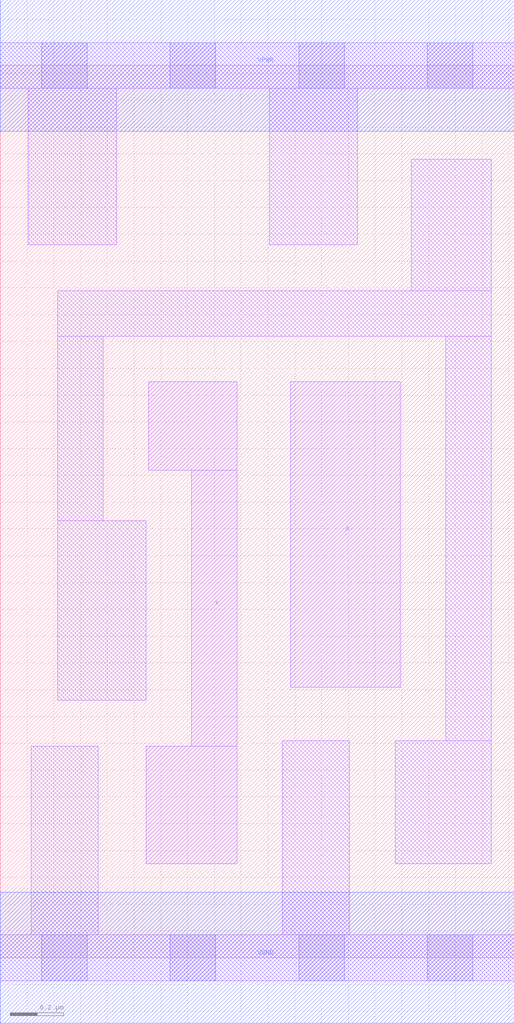
<source format=lef>
# Copyright 2020 The SkyWater PDK Authors
#
# Licensed under the Apache License, Version 2.0 (the "License");
# you may not use this file except in compliance with the License.
# You may obtain a copy of the License at
#
#     https://www.apache.org/licenses/LICENSE-2.0
#
# Unless required by applicable law or agreed to in writing, software
# distributed under the License is distributed on an "AS IS" BASIS,
# WITHOUT WARRANTIES OR CONDITIONS OF ANY KIND, either express or implied.
# See the License for the specific language governing permissions and
# limitations under the License.
#
# SPDX-License-Identifier: Apache-2.0

VERSION 5.7 ;
  NAMESCASESENSITIVE ON ;
  NOWIREEXTENSIONATPIN ON ;
  DIVIDERCHAR "/" ;
  BUSBITCHARS "[]" ;
UNITS
  DATABASE MICRONS 200 ;
END UNITS
MACRO sky130_fd_sc_hs__clkbuf_2
  CLASS CORE ;
  SOURCE USER ;
  FOREIGN sky130_fd_sc_hs__clkbuf_2 ;
  ORIGIN  0.000000  0.000000 ;
  SIZE  1.920000 BY  3.330000 ;
  SYMMETRY X Y ;
  SITE unit ;
  PIN A
    ANTENNAGATEAREA  0.231000 ;
    DIRECTION INPUT ;
    USE SIGNAL ;
    PORT
      LAYER li1 ;
        RECT 1.085000 1.010000 1.495000 2.150000 ;
    END
  END A
  PIN X
    ANTENNADIFFAREA  0.453600 ;
    DIRECTION OUTPUT ;
    USE SIGNAL ;
    PORT
      LAYER li1 ;
        RECT 0.545000 0.350000 0.885000 0.790000 ;
        RECT 0.555000 1.820000 0.885000 2.150000 ;
        RECT 0.715000 0.790000 0.885000 1.820000 ;
    END
  END X
  PIN VGND
    DIRECTION INOUT ;
    USE GROUND ;
    PORT
      LAYER met1 ;
        RECT 0.000000 -0.245000 1.920000 0.245000 ;
    END
  END VGND
  PIN VPWR
    DIRECTION INOUT ;
    USE POWER ;
    PORT
      LAYER met1 ;
        RECT 0.000000 3.085000 1.920000 3.575000 ;
    END
  END VPWR
  OBS
    LAYER li1 ;
      RECT 0.000000 -0.085000 1.920000 0.085000 ;
      RECT 0.000000  3.245000 1.920000 3.415000 ;
      RECT 0.105000  2.660000 0.435000 3.245000 ;
      RECT 0.115000  0.085000 0.365000 0.790000 ;
      RECT 0.215000  0.960000 0.545000 1.630000 ;
      RECT 0.215000  1.630000 0.385000 2.320000 ;
      RECT 0.215000  2.320000 1.835000 2.490000 ;
      RECT 1.005000  2.660000 1.335000 3.245000 ;
      RECT 1.055000  0.085000 1.305000 0.810000 ;
      RECT 1.475000  0.350000 1.835000 0.810000 ;
      RECT 1.535000  2.490000 1.835000 2.980000 ;
      RECT 1.665000  0.810000 1.835000 2.320000 ;
    LAYER mcon ;
      RECT 0.155000 -0.085000 0.325000 0.085000 ;
      RECT 0.155000  3.245000 0.325000 3.415000 ;
      RECT 0.635000 -0.085000 0.805000 0.085000 ;
      RECT 0.635000  3.245000 0.805000 3.415000 ;
      RECT 1.115000 -0.085000 1.285000 0.085000 ;
      RECT 1.115000  3.245000 1.285000 3.415000 ;
      RECT 1.595000 -0.085000 1.765000 0.085000 ;
      RECT 1.595000  3.245000 1.765000 3.415000 ;
  END
END sky130_fd_sc_hs__clkbuf_2
END LIBRARY

</source>
